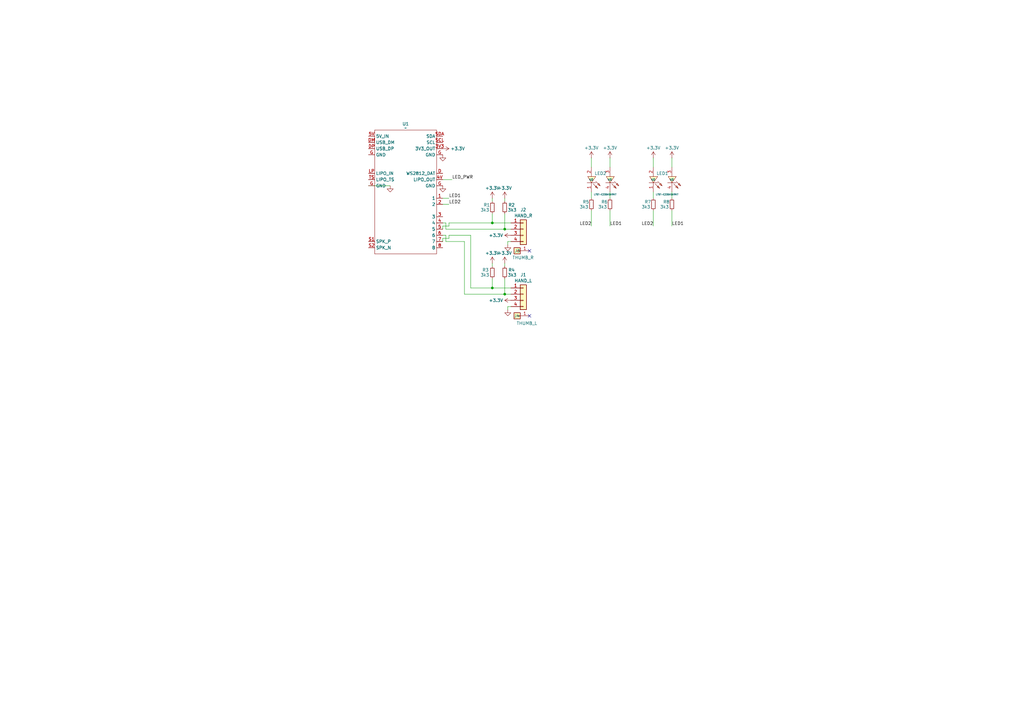
<source format=kicad_sch>
(kicad_sch (version 20231120) (generator "eeschema") (generator_version "8.0")
  (paper "A3")
  (lib_symbols
    (symbol "Connector_Generic:Conn_01x01" (pin_names (offset 1.016) hide)
      (property "Reference" "J" (at 0 2.54 0))
      (property "Value" "Conn_01x01" (at 0 -2.54 0))
      (symbol "Conn_01x01_1_1"
        (rectangle (start -1.27 0.127) (end 0 -0.127) (stroke (width 0.1524)))
        (rectangle (start -1.27 1.27) (end 1.27 -1.27) (stroke (width 0.254)) (fill (type background)))
        (pin passive line (at -5.08 0 0) (length 3.81) (name "Pin_1") (number "1"))
      )
    )
    (symbol "Connector_Generic:Conn_01x04" (pin_names (offset 1.016) hide)
      (property "Reference" "J" (at 0 5.08 0))
      (property "Value" "Conn_01x04" (at 0 -7.62 0))
      (symbol "Conn_01x04_1_1"
        (rectangle (start -1.27 -4.953) (end 0 -5.207) (stroke (width 0.1524)))
        (rectangle (start -1.27 -2.413) (end 0 -2.667) (stroke (width 0.1524)))
        (rectangle (start -1.27 0.127) (end 0 -0.127) (stroke (width 0.1524)))
        (rectangle (start -1.27 2.667) (end 0 2.413) (stroke (width 0.1524)))
        (rectangle (start -1.27 3.81) (end 1.27 -6.35) (stroke (width 0.254)) (fill (type background)))
        (pin passive line (at -5.08 2.54 0) (length 3.81) (name "Pin_1") (number "1"))
        (pin passive line (at -5.08 0 0) (length 3.81) (name "Pin_2") (number "2"))
        (pin passive line (at -5.08 -2.54 0) (length 3.81) (name "Pin_3") (number "3"))
        (pin passive line (at -5.08 -5.08 0) (length 3.81) (name "Pin_4") (number "4"))
      )
    )
    (symbol "Critbit_lib:pilkbrain2"
      (property "Reference" "U" (at 0 0 0))
      (symbol "pilkbrain2_0_1"
        (rectangle (start -12.7 25.4) (end 12.7 -25.4))
      )
      (symbol "pilkbrain2_1_1"
        (pin bidirectional line (at 15.24 -2.54 180) (length 2.54) (name "1") (number "1"))
        (pin bidirectional line (at 15.24 -5.08 180) (length 2.54) (name "2") (number "2"))
        (pin bidirectional line (at 15.24 -10.16 180) (length 2.54) (name "3") (number "3"))
        (pin power_out line (at 15.24 17.78 180) (length 2.54) (name "3V3_OUT") (number "3V3"))
        (pin bidirectional line (at 15.24 -12.7 180) (length 2.54) (name "4") (number "4"))
        (pin power_out line (at 15.24 5.08 180) (length 2.54) (name "LIPO_OUT") (number "4V"))
        (pin bidirectional line (at 15.24 -15.24 180) (length 2.54) (name "5") (number "5"))
        (pin power_in line (at -15.24 22.86 0) (length 2.54) (name "5V_IN") (number "5V"))
        (pin bidirectional line (at 15.24 -17.78 180) (length 2.54) (name "6") (number "6"))
        (pin bidirectional line (at 15.24 -20.32 180) (length 2.54) (name "7") (number "7"))
        (pin bidirectional line (at 15.24 -22.86 180) (length 2.54) (name "8") (number "8"))
        (pin power_out line (at 15.24 7.62 180) (length 2.54) (name "WS2812_DAT") (number "D"))
        (pin bidirectional line (at -15.24 20.32 0) (length 2.54) (name "USB_DM") (number "DM"))
        (pin bidirectional line (at -15.24 17.78 0) (length 2.54) (name "USB_DP") (number "DP"))
        (pin power_in line (at -15.24 2.54 0) (length 2.54) (name "GND") (number "G"))
        (pin power_in line (at -15.24 15.24 0) (length 2.54) (name "GND") (number "G"))
        (pin power_in line (at 15.24 2.54 180) (length 2.54) (name "GND") (number "G"))
        (pin power_in line (at 15.24 15.24 180) (length 2.54) (name "GND") (number "G"))
        (pin power_in line (at -15.24 7.62 0) (length 2.54) (name "LIPO_IN") (number "LP"))
        (pin bidirectional line (at -15.24 -20.32 0) (length 2.54) (name "SPK_P") (number "S1"))
        (pin bidirectional line (at -15.24 -22.86 0) (length 2.54) (name "SPK_N") (number "S2"))
        (pin open_collector line (at 15.24 20.32 180) (length 2.54) (name "SCL") (number "SCL"))
        (pin open_collector line (at 15.24 22.86 180) (length 2.54) (name "SDA") (number "SDA"))
        (pin input line (at -15.24 5.08 0) (length 2.54) (name "LIPO_TS") (number "TS"))
      )
    )
    (symbol "Device:R_Small" (pin_numbers hide) (pin_names (offset 0.254) hide)
      (property "Reference" "R" (at 0.762 0.508 0))
      (property "Value" "R_Small" (at 0.762 -1.016 0))
      (symbol "R_Small_0_1"
        (rectangle (start -0.762 1.778) (end 0.762 -1.778) (stroke (width 0.2032)))
      )
      (symbol "R_Small_1_1"
        (pin passive line (at 0 2.54 270) (length 0.762) (name "~") (number "1"))
        (pin passive line (at 0 -2.54 90) (length 0.762) (name "~") (number "2"))
      )
    )
    (symbol "easyeda2kicad:LTST-C235KGKRKT"
      (property "Reference" "LED" (at 0 10.16 0))
      (property "Value" "LTST-C235KGKRKT" (at 0 -10.16 0))
      (symbol "LTST-C235KGKRKT_0_1"
        (polyline (pts (xy -5.59 -1.27) (xy -2.03 -1.27)))
        (polyline (pts (xy -3.05 -1.78) (xy -1.27 -3.56)))
        (polyline (pts (xy -2.03 -0.76) (xy -0.25 -2.54)))
        (polyline (pts (xy 2.03 -1.27) (xy 5.59 -1.27)))
        (polyline (pts (xy 4.57 -1.78) (xy 6.35 -3.56)))
        (polyline (pts (xy 5.59 -0.76) (xy 7.37 -2.54)))
        (polyline (pts (xy -5.33 1.27) (xy -3.81 -1.27) (xy -2.03 1.27) (xy -5.33 1.27)) (fill (type background)))
        (polyline (pts (xy -1.27 -3.56) (xy -1.78 -2.54) (xy -2.29 -3.05) (xy -1.27 -3.56)) (fill (type background)))
        (polyline (pts (xy -0.25 -2.54) (xy -0.76 -1.52) (xy -1.27 -2.03) (xy -0.25 -2.54)) (fill (type background)))
        (polyline (pts (xy 2.29 1.27) (xy 3.81 -1.27) (xy 5.59 1.27) (xy 2.29 1.27)) (fill (type background)))
        (polyline (pts (xy 6.35 -3.56) (xy 5.84 -2.54) (xy 5.33 -3.05) (xy 6.35 -3.56)) (fill (type background)))
        (polyline (pts (xy 7.37 -2.54) (xy 6.86 -1.52) (xy 6.35 -2.03) (xy 7.37 -2.54)) (fill (type background)))
        (pin unspecified line (at -3.81 -5.08 90) (length 3.81) (name "C") (number "1"))
        (pin unspecified line (at -3.81 5.08 270) (length 3.81) (name "A") (number "2"))
        (pin unspecified line (at 3.81 5.08 270) (length 3.81) (name "A") (number "3"))
        (pin unspecified line (at 3.81 -5.08 90) (length 3.81) (name "C") (number "4"))
      )
    )
    (symbol "power:+3.3V" (power) (pin_numbers hide) (pin_names (offset 0) hide)
      (property "Value" "+3.3V" (at 0 3.556 0))
      (symbol "+3.3V_0_1"
        (polyline (pts (xy -0.762 1.27) (xy 0 2.54)))
        (polyline (pts (xy 0 0) (xy 0 2.54)))
        (polyline (pts (xy 0 2.54) (xy 0.762 1.27)))
      )
      (symbol "+3.3V_1_1"
        (pin power_in line (at 0 0 90) (length 0) (name "~") (number "1"))
      )
    )
    (symbol "power:GND" (power) (pin_names (offset 0))
      (property "Value" "GND" (at 0 -3.81 0))
      (symbol "GND_0_1"
        (polyline (pts (xy 0 0) (xy 0 -1.27) (xy 1.27 -1.27) (xy 0 -2.54) (xy -1.27 -1.27) (xy 0 -1.27)))
      )
      (symbol "GND_1_1"
        (pin power_in line (at 0 0 270) (length 0) hide (name "GND") (number "1"))
      )
    )
  )
  (junction (at 207.01 120.65))
  (junction (at 201.93 91.44))
  (junction (at 207.01 93.98))
  (junction (at 201.93 118.11))
  (no_connect (at 217.17 102.87))
  (no_connect (at 217.17 129.54))
  (wire (pts (xy 207.01 93.98) (xy 209.55 93.98)))
  (wire (pts (xy 201.93 81.28) (xy 201.93 82.55)))
  (wire (pts (xy 201.93 114.3) (xy 201.93 118.11)))
  (wire (pts (xy 242.57 64.77) (xy 242.57 68.58)))
  (wire (pts (xy 201.93 87.63) (xy 201.93 91.44)))
  (wire (pts (xy 275.59 64.77) (xy 275.59 68.58)))
  (wire (pts (xy 250.19 86.36) (xy 250.19 92.71)))
  (wire (pts (xy 190.5 120.65) (xy 207.01 120.65)))
  (wire (pts (xy 184.15 96.52) (xy 193.04 96.52)))
  (wire (pts (xy 182.88 99.06) (xy 190.5 99.06)))
  (wire (pts (xy 208.28 100.33) (xy 208.28 99.06)))
  (wire (pts (xy 182.88 91.44) (xy 182.88 93.98)))
  (wire (pts (xy 242.57 86.36) (xy 242.57 92.71)))
  (wire (pts (xy 193.04 118.11) (xy 201.93 118.11)))
  (wire (pts (xy 181.61 83.82) (xy 184.15 83.82)))
  (wire (pts (xy 181.61 91.44) (xy 182.88 91.44)))
  (wire (pts (xy 275.59 86.36) (xy 275.59 92.71)))
  (wire (pts (xy 250.19 64.77) (xy 250.19 68.58)))
  (wire (pts (xy 182.88 96.52) (xy 182.88 99.06)))
  (wire (pts (xy 201.93 118.11) (xy 209.55 118.11)))
  (wire (pts (xy 201.93 91.44) (xy 209.55 91.44)))
  (wire (pts (xy 181.61 92.71) (xy 184.15 92.71)))
  (wire (pts (xy 207.01 120.65) (xy 209.55 120.65)))
  (wire (pts (xy 201.93 107.95) (xy 201.93 109.22)))
  (wire (pts (xy 151.13 76.2) (xy 160.02 76.2)))
  (wire (pts (xy 267.97 78.74) (xy 267.97 81.28)))
  (wire (pts (xy 207.01 107.95) (xy 207.01 109.22)))
  (wire (pts (xy 184.15 91.44) (xy 201.93 91.44)))
  (wire (pts (xy 181.61 81.28) (xy 184.15 81.28)))
  (wire (pts (xy 184.15 96.52) (xy 184.15 97.79)))
  (wire (pts (xy 208.28 125.73) (xy 209.55 125.73)))
  (wire (pts (xy 184.15 91.44) (xy 184.15 92.71)))
  (wire (pts (xy 267.97 86.36) (xy 267.97 92.71)))
  (wire (pts (xy 267.97 64.77) (xy 267.97 68.58)))
  (wire (pts (xy 250.19 78.74) (xy 250.19 81.28)))
  (wire (pts (xy 275.59 78.74) (xy 275.59 81.28)))
  (wire (pts (xy 185.42 73.66) (xy 181.61 73.66)))
  (wire (pts (xy 190.5 99.06) (xy 190.5 120.65)))
  (wire (pts (xy 182.88 93.98) (xy 207.01 93.98)))
  (wire (pts (xy 193.04 118.11) (xy 193.04 96.52)))
  (wire (pts (xy 181.61 96.52) (xy 182.88 96.52)))
  (wire (pts (xy 208.28 127) (xy 208.28 125.73)))
  (wire (pts (xy 181.61 93.98) (xy 181.61 92.71)))
  (wire (pts (xy 207.01 81.28) (xy 207.01 82.55)))
  (wire (pts (xy 207.01 87.63) (xy 207.01 93.98)))
  (wire (pts (xy 208.28 99.06) (xy 209.55 99.06)))
  (wire (pts (xy 181.61 97.79) (xy 181.61 99.06)))
  (wire (pts (xy 207.01 114.3) (xy 207.01 120.65)))
  (wire (pts (xy 242.57 78.74) (xy 242.57 81.28)))
  (wire (pts (xy 181.61 97.79) (xy 184.15 97.79)))
  (label "LED_PWR" (at 185.42 73.66 0))
  (label "LED1" (at 250.19 92.71 0))
  (label "LED1" (at 275.59 92.71 0))
  (label "LED2" (at 184.15 83.82 0))
  (label "LED2" (at 267.97 92.71 180))
  (label "LED2" (at 242.57 92.71 180))
  (label "LED1" (at 184.15 81.28 0))
  (symbol (lib_id "power:+3.3V") (at 207.01 81.28 0) (mirror y) (unit 1)
    (property "Reference" "#PWR014" (effects (hide yes)))
    (property "Value" "+3.3V" (at 207.01 77.1469 0))
    (property "Description" "Power symbol creates a global label with name \"+3.3V\"" (effects (hide yes)))
  )
  (symbol (lib_id "Device:R_Small") (at 250.19 83.82 180) (unit 1)
    (property "Reference" "R6" (at 247.904 82.804 0))
    (property "Value" "3k3" (at 247.142 84.836 0))
    (property "Footprint" "Resistor_SMD:R_0603_1608Metric_Pad0.98x0.95mm_HandSolder" (effects (hide yes)))
  )
  (symbol (lib_id "power:+3.3V") (at 209.55 96.52 90) (unit 1)
    (property "Reference" "#PWR012" (effects (hide yes)))
    (property "Value" "+3.3V" (at 206.375 96.52 90) (effects (justify left)))
    (property "Description" "Power symbol creates a global label with name \"+3.3V\"" (effects (hide yes)))
  )
  (symbol (lib_id "power:GND") (at 208.28 127 0) (mirror y) (unit 1)
    (property "Reference" "#PWR035" (effects (hide yes)))
    (property "Value" "GND" (effects (hide yes)))
  )
  (symbol (lib_id "Connector_Generic:Conn_01x01") (at 212.09 129.54 180) (unit 1)
    (property "Reference" "J4" (at 210.82 129.54 0) (effects (justify right)))
    (property "Value" "THUMB_L" (at 211.836 132.588 0) (effects (justify right)))
    (property "Footprint" "Connector_PinHeader_2.54mm:PinHeader_1x01_P2.54mm_Vertical" (effects (hide yes)))
  )
  (symbol (lib_id "Connector_Generic:Conn_01x04") (at 214.63 120.65 0) (unit 1)
    (property "Reference" "J1" (at 214.63 112.6957 0))
    (property "Value" "HAND_L" (at 214.63 115.1199 0))
    (property "Footprint" "Critbit_lib:Neko_hands" (effects (hide yes)))
  )
  (symbol (lib_id "power:+3.3V") (at 181.61 60.96 270) (unit 1)
    (property "Reference" "#PWR09" (effects (hide yes)))
    (property "Value" "+3.3V" (at 184.785 60.96 90) (effects (justify left)))
    (property "Description" "Power symbol creates a global label with name \"+3.3V\"" (effects (hide yes)))
  )
  (symbol (lib_id "Device:R_Small") (at 201.93 85.09 180) (unit 1)
    (property "Reference" "R1" (at 199.644 84.074 0))
    (property "Value" "3k3" (at 198.882 86.106 0))
    (property "Footprint" "Resistor_SMD:R_0603_1608Metric_Pad0.98x0.95mm_HandSolder" (effects (hide yes)))
  )
  (symbol (lib_id "Device:R_Small") (at 207.01 111.76 0) (mirror x) (unit 1)
    (property "Reference" "R4" (at 209.804 110.744 0))
    (property "Value" "3k3" (at 210.058 112.776 0))
    (property "Footprint" "Resistor_SMD:R_0603_1608Metric_Pad0.98x0.95mm_HandSolder" (effects (hide yes)))
  )
  (symbol (lib_id "power:+3.3V") (at 242.57 64.77 0) (mirror y) (unit 1)
    (property "Reference" "#PWR02" (effects (hide yes)))
    (property "Value" "+3.3V" (at 242.57 60.6369 0))
    (property "Description" "Power symbol creates a global label with name \"+3.3V\"" (effects (hide yes)))
  )
  (symbol (lib_id "easyeda2kicad:LTST-C235KGKRKT") (at 271.78 73.66 0) (unit 1)
    (property "Reference" "LED1" (at 269.24 71.12 0) (effects (justify left)))
    (property "Value" "LTST-C235KGKRKT" (at 268.986 79.756 0) (effects (font (size 0.65 0.65)) (justify left)))
    (property "Footprint" "easyeda2kicad:LED-SMD_LTST-C235KGKRKT" (effects (hide yes)))
    (property "Datasheet" "https://lcsc.com/product-detail/Light-Emitting-Diodes-LED_SMD-green-red_C125110.html" (effects (hide yes)))
    (property "LCSC Part" "C125110" (effects (hide yes)))
  )
  (symbol (lib_id "power:+3.3V") (at 209.55 123.19 90) (unit 1)
    (property "Reference" "#PWR011" (effects (hide yes)))
    (property "Value" "+3.3V" (at 206.375 123.19 90) (effects (justify left)))
    (property "Description" "Power symbol creates a global label with name \"+3.3V\"" (effects (hide yes)))
  )
  (symbol (lib_id "Device:R_Small") (at 242.57 83.82 180) (unit 1)
    (property "Reference" "R5" (at 240.284 82.804 0))
    (property "Value" "3k3" (at 239.522 84.836 0))
    (property "Footprint" "Resistor_SMD:R_0603_1608Metric_Pad0.98x0.95mm_HandSolder" (effects (hide yes)))
  )
  (symbol (lib_id "power:+3.3V") (at 267.97 64.77 0) (mirror y) (unit 1)
    (property "Reference" "#PWR03" (effects (hide yes)))
    (property "Value" "+3.3V" (at 267.97 60.6369 0))
    (property "Description" "Power symbol creates a global label with name \"+3.3V\"" (effects (hide yes)))
  )
  (symbol (lib_id "power:GND") (at 208.28 100.33 0) (mirror y) (unit 1)
    (property "Reference" "#PWR048" (effects (hide yes)))
    (property "Value" "GND" (effects (hide yes)))
  )
  (symbol (lib_id "Connector_Generic:Conn_01x04") (at 214.63 93.98 0) (unit 1)
    (property "Reference" "J2" (at 214.63 86.0257 0))
    (property "Value" "HAND_R" (at 214.63 88.4499 0))
    (property "Footprint" "Critbit_lib:Neko_hands" (effects (hide yes)))
  )
  (symbol (lib_id "power:GND") (at 181.61 63.5 0) (unit 1)
    (property "Reference" "#PWR07" (effects (hide yes)))
    (property "Value" "GND" (effects (hide yes)))
  )
  (symbol (lib_id "Device:R_Small") (at 201.93 111.76 180) (unit 1)
    (property "Reference" "R3" (at 199.136 110.744 0))
    (property "Value" "3k3" (at 198.882 112.776 0))
    (property "Footprint" "Resistor_SMD:R_0603_1608Metric_Pad0.98x0.95mm_HandSolder" (effects (hide yes)))
  )
  (symbol (lib_id "Device:R_Small") (at 275.59 83.82 180) (unit 1)
    (property "Reference" "R8" (at 273.304 82.804 0))
    (property "Value" "3k3" (at 272.542 84.836 0))
    (property "Footprint" "Resistor_SMD:R_0603_1608Metric_Pad0.98x0.95mm_HandSolder" (effects (hide yes)))
  )
  (symbol (lib_id "Device:R_Small") (at 207.01 85.09 0) (mirror x) (unit 1)
    (property "Reference" "R2" (at 209.804 84.074 0))
    (property "Value" "3k3" (at 210.058 86.106 0))
    (property "Footprint" "Resistor_SMD:R_0603_1608Metric_Pad0.98x0.95mm_HandSolder" (effects (hide yes)))
  )
  (symbol (lib_id "power:GND") (at 181.61 76.2 0) (unit 1)
    (property "Reference" "#PWR08" (effects (hide yes)))
    (property "Value" "GND" (effects (hide yes)))
  )
  (symbol (lib_id "power:+3.3V") (at 207.01 107.95 0) (mirror y) (unit 1)
    (property "Reference" "#PWR016" (effects (hide yes)))
    (property "Value" "+3.3V" (at 207.01 103.8169 0))
    (property "Description" "Power symbol creates a global label with name \"+3.3V\"" (effects (hide yes)))
  )
  (symbol (lib_id "power:+3.3V") (at 201.93 107.95 0) (unit 1)
    (property "Reference" "#PWR015" (effects (hide yes)))
    (property "Value" "+3.3V" (at 201.93 103.8169 0))
    (property "Description" "Power symbol creates a global label with name \"+3.3V\"" (effects (hide yes)))
  )
  (symbol (lib_id "power:+3.3V") (at 250.19 64.77 0) (mirror y) (unit 1)
    (property "Reference" "#PWR01" (effects (hide yes)))
    (property "Value" "+3.3V" (at 250.19 60.6369 0))
    (property "Description" "Power symbol creates a global label with name \"+3.3V\"" (effects (hide yes)))
  )
  (symbol (lib_id "power:GND") (at 160.02 76.2 0) (unit 1)
    (property "Reference" "#PWR010" (effects (hide yes)))
    (property "Value" "GND" (effects (hide yes)))
  )
  (symbol (lib_id "power:+3.3V") (at 275.59 64.77 0) (mirror y) (unit 1)
    (property "Reference" "#PWR04" (effects (hide yes)))
    (property "Value" "+3.3V" (at 275.59 60.6369 0))
    (property "Description" "Power symbol creates a global label with name \"+3.3V\"" (effects (hide yes)))
  )
  (symbol (lib_id "Connector_Generic:Conn_01x01") (at 212.09 102.87 180) (unit 1)
    (property "Reference" "J3" (at 213.36 102.87 0) (effects (justify left)))
    (property "Value" "THUMB_R" (at 218.948 105.664 0) (effects (justify left)))
    (property "Footprint" "Connector_PinHeader_2.54mm:PinHeader_1x01_P2.54mm_Vertical" (effects (hide yes)))
  )
  (symbol (lib_id "Device:R_Small") (at 267.97 83.82 180) (unit 1)
    (property "Reference" "R7" (at 265.684 82.804 0))
    (property "Value" "3k3" (at 264.922 84.836 0))
    (property "Footprint" "Resistor_SMD:R_0603_1608Metric_Pad0.98x0.95mm_HandSolder" (effects (hide yes)))
  )
  (symbol (lib_id "power:+3.3V") (at 201.93 81.28 0) (unit 1)
    (property "Reference" "#PWR013" (effects (hide yes)))
    (property "Value" "+3.3V" (at 201.93 77.1469 0))
    (property "Description" "Power symbol creates a global label with name \"+3.3V\"" (effects (hide yes)))
  )
  (symbol (lib_id "Critbit_lib:pilkbrain2") (at 166.37 78.74 0) (unit 1)
    (property "Reference" "U1" (at 166.37 50.8085 0))
    (property "Value" "~" (at 166.37 52.4899 0))
    (property "Footprint" "Critbit_lib:pilkbrain2" (effects (hide yes)))
  )
  (symbol (lib_id "easyeda2kicad:LTST-C235KGKRKT") (at 246.38 73.66 0) (unit 1)
    (property "Reference" "LED2" (at 243.84 71.12 0) (effects (justify left)))
    (property "Value" "LTST-C235KGKRKT" (at 243.586 79.756 0) (effects (font (size 0.65 0.65)) (justify left)))
    (property "Footprint" "easyeda2kicad:LED-SMD_LTST-C235KGKRKT" (effects (hide yes)))
    (property "Datasheet" "https://lcsc.com/product-detail/Light-Emitting-Diodes-LED_SMD-green-red_C125110.html" (effects (hide yes)))
    (property "LCSC Part" "C125110" (effects (hide yes)))
  )
)
</source>
